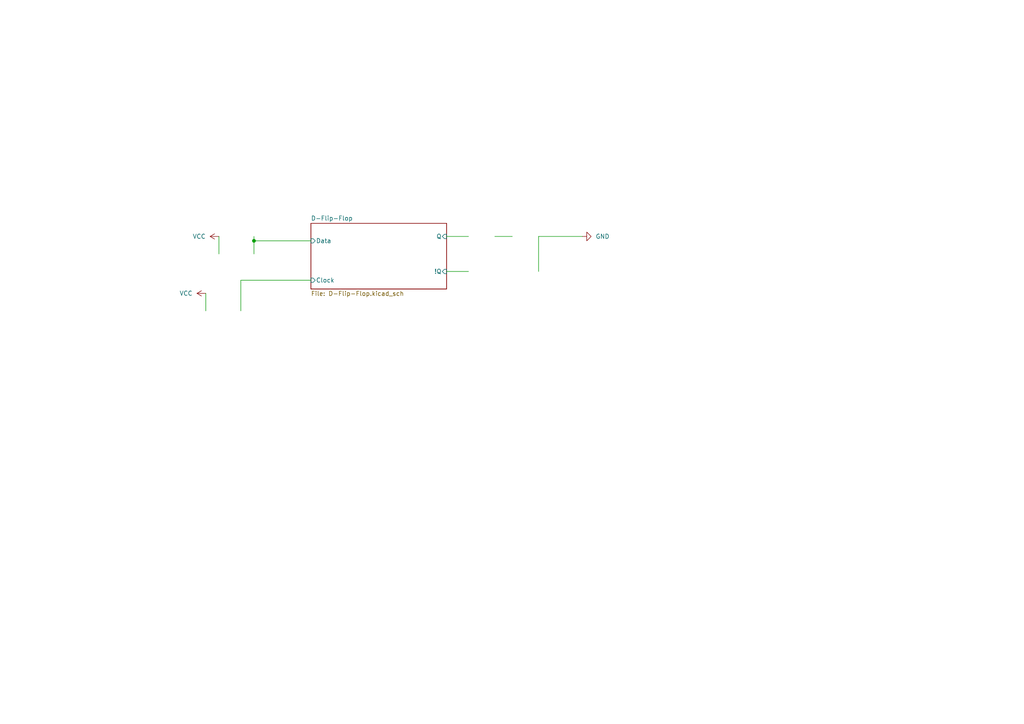
<source format=kicad_sch>
(kicad_sch (version 20230121) (generator eeschema)
  (paper "A4")
  (lib_symbols
    (symbol "power:GND" (power) (pin_names (offset 0))
      (property "Value" "GND" (at 0 -3.81 0))
      (symbol "GND_0_1"
        (polyline (pts (xy 0 0) (xy 0 -1.27) (xy 1.27 -1.27) (xy 0 -2.54) (xy -1.27 -1.27) (xy 0 -1.27)))
      )
      (symbol "GND_1_1"
        (pin power_in line (at 0 0 270) (length 0) hide (name "GND") (number "1"))
      )
    )
    (symbol "power:VCC" (power) (pin_names (offset 0))
      (property "Value" "VCC" (at 0 3.81 0))
      (symbol "VCC_0_1"
        (polyline (pts (xy -0.762 1.27) (xy 0 2.54)))
        (polyline (pts (xy 0 0) (xy 0 2.54)))
        (polyline (pts (xy 0 2.54) (xy 0.762 1.27)))
      )
      (symbol "VCC_1_1"
        (pin power_in line (at 0 0 90) (length 0) hide (name "VCC") (number "1"))
      )
    )
  )
  (junction (at 73.66 69.85))
  (wire (pts (xy 148.59 68.58) (xy 143.51 68.58)))
  (wire (pts (xy 69.85 81.28) (xy 90.17 81.28)))
  (wire (pts (xy 129.54 68.58) (xy 135.89 68.58)))
  (wire (pts (xy 73.66 69.85) (xy 73.66 73.66)))
  (wire (pts (xy 69.85 81.28) (xy 69.85 90.17)))
  (wire (pts (xy 73.66 69.85) (xy 90.17 69.85)))
  (wire (pts (xy 59.69 85.09) (xy 59.69 90.17)))
  (wire (pts (xy 73.66 69.85) (xy 73.66 68.58)))
  (wire (pts (xy 129.54 78.74) (xy 135.89 78.74)))
  (wire (pts (xy 63.5 68.58) (xy 63.5 73.66)))
  (wire (pts (xy 156.21 68.58) (xy 156.21 78.74)))
  (wire (pts (xy 168.91 68.58) (xy 156.21 68.58)))
  (symbol (lib_id "power:GND") (at 168.91 68.58 90) (unit 1)
    (property "Reference" "#PWR025" (effects hide))
    (property "Value" "GND" (at 172.72 68.58 90) (effects (justify right)))
  )
  (symbol (lib_id "power:VCC") (at 63.5 68.58 90) (unit 1)
    (property "Reference" "#PWR026" (effects hide))
    (property "Value" "VCC" (at 59.69 68.58 90) (effects (justify left)))
  )
  (symbol (lib_id "power:VCC") (at 59.69 85.09 90) (unit 1)
    (property "Reference" "#PWR027" (effects hide))
    (property "Value" "VCC" (at 55.88 85.09 90) (effects (justify left)))
  )
  (sheet (at 90.17 64.77) (size 39.37 19.05) (stroke (width 0.1524))
    (property "Sheetname" "D-Flip-Flop" (at 90.17 64.0584 0) (effects (justify left bottom)))
    (property "Sheetfile" "D-Flip-Flop.kicad_sch" (at 90.17 84.4046 0) (effects (justify left top)))
    (pin "Q" input (at 129.54 68.58 0))
    (pin "!Q" input (at 129.54 78.74 0))
    (pin "Clock" input (at 90.17 81.28 180))
    (pin "Data" input (at 90.17 69.85 180))
  )
)
</source>
